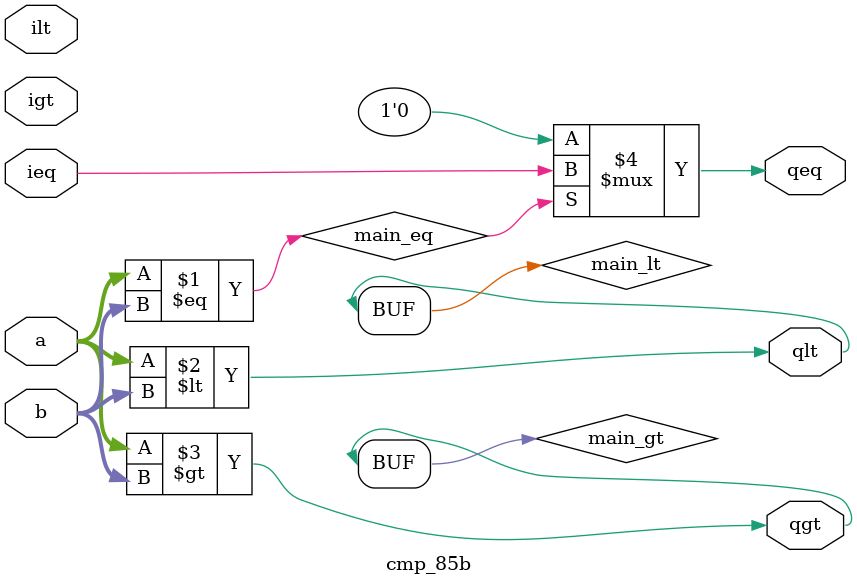
<source format=v>
module cmp_85b (
    input [3:0] a,
    input [3:0] b,
    input ilt,
    input ieq,
    input igt,

    output qlt,
    output qeq,
    output qgt
);

    wire main_eq = a == b;
    wire main_lt = a < b;
    wire main_gt = a > b;

    // TODO: LT and GT carry is not fully implemented
    assign qlt = main_lt;
    assign qgt = main_gt;
    assign qeq = main_eq ? ieq : 1'b0;


/* Instantiation:
    cmp_85b new_instance (
        .a(),
        .b(),
        .ilt(),
        .ieq(),
        .igt(),
        .qlt(),
        .qeq(),
        .qgt()
    );
*/

endmodule
</source>
